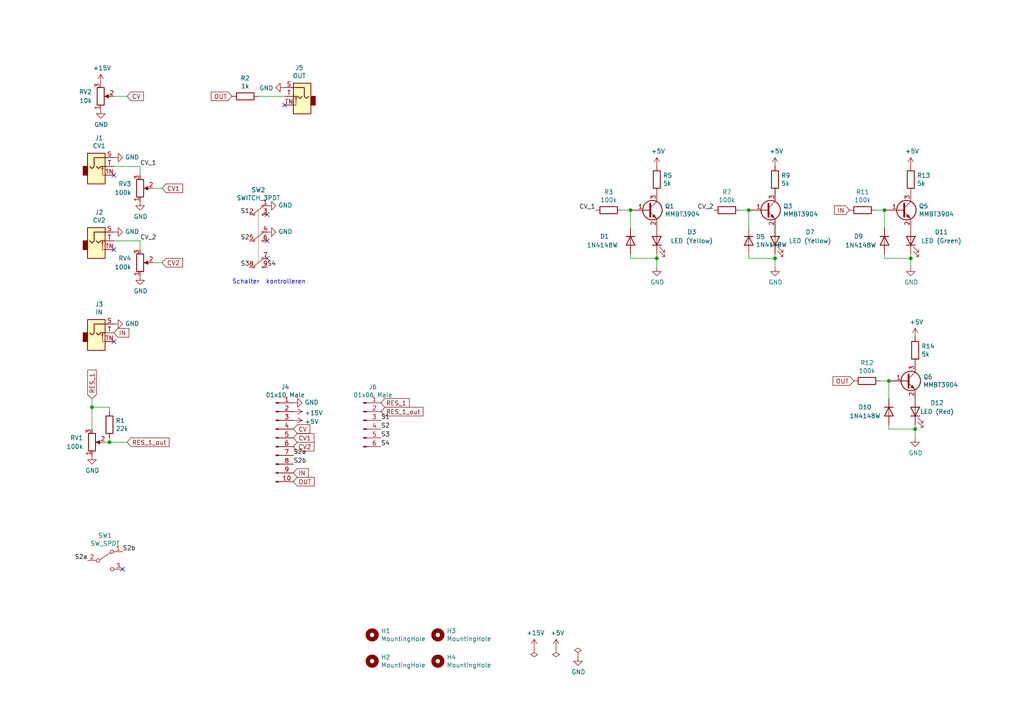
<source format=kicad_sch>
(kicad_sch (version 20230121) (generator eeschema)
  (paper "A4")
  (title_block (title "tiefpass") (date "2021-08-15") (rev "R01") (comment 1 "schema for mount circuit") (comment 2 "LPG design by Don Buchla") (comment 4 "License CC BY 4.0 - Attribution 4.0 International"))
  (lib_symbols
    (symbol "Connector:AudioJack2_SwitchT"
      (property "Reference" "J" (at 0 8.89 0))
      (property "Value" "AudioJack2_SwitchT" (at 0 6.35 0))
      (symbol "AudioJack2_SwitchT_0_1"
        (rectangle (start -2.54 0) (end -3.81 -2.54) (stroke (width 0.254)) (fill (type outline)))
        (polyline (pts (xy 1.778 -0.254) (xy 2.032 -0.762)))
        (polyline (pts (xy 0 0) (xy 0.635 -0.635) (xy 1.27 0) (xy 2.54 0)) (stroke (width 0.254)))
        (polyline (pts (xy 2.54 -2.54) (xy 1.778 -2.54) (xy 1.778 -0.254) (xy 1.524 -0.762)))
        (polyline (pts (xy 2.54 2.54) (xy -0.635 2.54) (xy -0.635 0) (xy -1.27 -0.635) (xy -1.905 0)) (stroke (width 0.254)))
        (rectangle (start 2.54 3.81) (end -2.54 -5.08) (stroke (width 0.254)) (fill (type background)))
      )
      (symbol "AudioJack2_SwitchT_1_1"
        (pin passive line (at 5.08 2.54 180) (length 2.54) (name "~") (number "S"))
        (pin passive line (at 5.08 0 180) (length 2.54) (name "~") (number "T"))
        (pin passive line (at 5.08 -2.54 180) (length 2.54) (name "~") (number "TN"))
      )
    )
    (symbol "Connector:Conn_01x06_Male" (pin_names (offset 1.016) hide)
      (property "Reference" "J" (at 0 7.62 0))
      (property "Value" "Conn_01x06_Male" (at 0 -10.16 0))
      (symbol "Conn_01x06_Male_1_1"
        (polyline (pts (xy 1.27 -7.62) (xy 0.8636 -7.62)) (stroke (width 0.1524)))
        (polyline (pts (xy 1.27 -5.08) (xy 0.8636 -5.08)) (stroke (width 0.1524)))
        (polyline (pts (xy 1.27 -2.54) (xy 0.8636 -2.54)) (stroke (width 0.1524)))
        (polyline (pts (xy 1.27 0) (xy 0.8636 0)) (stroke (width 0.1524)))
        (polyline (pts (xy 1.27 2.54) (xy 0.8636 2.54)) (stroke (width 0.1524)))
        (polyline (pts (xy 1.27 5.08) (xy 0.8636 5.08)) (stroke (width 0.1524)))
        (rectangle (start 0.8636 -7.493) (end 0 -7.747) (stroke (width 0.1524)) (fill (type outline)))
        (rectangle (start 0.8636 -4.953) (end 0 -5.207) (stroke (width 0.1524)) (fill (type outline)))
        (rectangle (start 0.8636 -2.413) (end 0 -2.667) (stroke (width 0.1524)) (fill (type outline)))
        (rectangle (start 0.8636 0.127) (end 0 -0.127) (stroke (width 0.1524)) (fill (type outline)))
        (rectangle (start 0.8636 2.667) (end 0 2.413) (stroke (width 0.1524)) (fill (type outline)))
        (rectangle (start 0.8636 5.207) (end 0 4.953) (stroke (width 0.1524)) (fill (type outline)))
        (pin passive line (at 5.08 5.08 180) (length 3.81) (name "Pin_1") (number "1"))
        (pin passive line (at 5.08 2.54 180) (length 3.81) (name "Pin_2") (number "2"))
        (pin passive line (at 5.08 0 180) (length 3.81) (name "Pin_3") (number "3"))
        (pin passive line (at 5.08 -2.54 180) (length 3.81) (name "Pin_4") (number "4"))
        (pin passive line (at 5.08 -5.08 180) (length 3.81) (name "Pin_5") (number "5"))
        (pin passive line (at 5.08 -7.62 180) (length 3.81) (name "Pin_6") (number "6"))
      )
    )
    (symbol "Connector:Conn_01x10_Male" (pin_names (offset 1.016) hide)
      (property "Reference" "J" (at 0 12.7 0))
      (property "Value" "Conn_01x10_Male" (at 0 -15.24 0))
      (symbol "Conn_01x10_Male_1_1"
        (polyline (pts (xy 1.27 -12.7) (xy 0.8636 -12.7)) (stroke (width 0.1524)))
        (polyline (pts (xy 1.27 -10.16) (xy 0.8636 -10.16)) (stroke (width 0.1524)))
        (polyline (pts (xy 1.27 -7.62) (xy 0.8636 -7.62)) (stroke (width 0.1524)))
        (polyline (pts (xy 1.27 -5.08) (xy 0.8636 -5.08)) (stroke (width 0.1524)))
        (polyline (pts (xy 1.27 -2.54) (xy 0.8636 -2.54)) (stroke (width 0.1524)))
        (polyline (pts (xy 1.27 0) (xy 0.8636 0)) (stroke (width 0.1524)))
        (polyline (pts (xy 1.27 2.54) (xy 0.8636 2.54)) (stroke (width 0.1524)))
        (polyline (pts (xy 1.27 5.08) (xy 0.8636 5.08)) (stroke (width 0.1524)))
        (polyline (pts (xy 1.27 7.62) (xy 0.8636 7.62)) (stroke (width 0.1524)))
        (polyline (pts (xy 1.27 10.16) (xy 0.8636 10.16)) (stroke (width 0.1524)))
        (rectangle (start 0.8636 -12.573) (end 0 -12.827) (stroke (width 0.1524)) (fill (type outline)))
        (rectangle (start 0.8636 -10.033) (end 0 -10.287) (stroke (width 0.1524)) (fill (type outline)))
        (rectangle (start 0.8636 -7.493) (end 0 -7.747) (stroke (width 0.1524)) (fill (type outline)))
        (rectangle (start 0.8636 -4.953) (end 0 -5.207) (stroke (width 0.1524)) (fill (type outline)))
        (rectangle (start 0.8636 -2.413) (end 0 -2.667) (stroke (width 0.1524)) (fill (type outline)))
        (rectangle (start 0.8636 0.127) (end 0 -0.127) (stroke (width 0.1524)) (fill (type outline)))
        (rectangle (start 0.8636 2.667) (end 0 2.413) (stroke (width 0.1524)) (fill (type outline)))
        (rectangle (start 0.8636 5.207) (end 0 4.953) (stroke (width 0.1524)) (fill (type outline)))
        (rectangle (start 0.8636 7.747) (end 0 7.493) (stroke (width 0.1524)) (fill (type outline)))
        (rectangle (start 0.8636 10.287) (end 0 10.033) (stroke (width 0.1524)) (fill (type outline)))
        (pin passive line (at 5.08 10.16 180) (length 3.81) (name "Pin_1") (number "1"))
        (pin passive line (at 5.08 -12.7 180) (length 3.81) (name "Pin_10") (number "10"))
        (pin passive line (at 5.08 7.62 180) (length 3.81) (name "Pin_2") (number "2"))
        (pin passive line (at 5.08 5.08 180) (length 3.81) (name "Pin_3") (number "3"))
        (pin passive line (at 5.08 2.54 180) (length 3.81) (name "Pin_4") (number "4"))
        (pin passive line (at 5.08 0 180) (length 3.81) (name "Pin_5") (number "5"))
        (pin passive line (at 5.08 -2.54 180) (length 3.81) (name "Pin_6") (number "6"))
        (pin passive line (at 5.08 -5.08 180) (length 3.81) (name "Pin_7") (number "7"))
        (pin passive line (at 5.08 -7.62 180) (length 3.81) (name "Pin_8") (number "8"))
        (pin passive line (at 5.08 -10.16 180) (length 3.81) (name "Pin_9") (number "9"))
      )
    )
    (symbol "Device:LED" (pin_numbers hide) (pin_names (offset 1.016) hide)
      (property "Reference" "D" (at 0 2.54 0))
      (property "Value" "LED" (at 0 -2.54 0))
      (symbol "LED_0_1"
        (polyline (pts (xy -1.27 -1.27) (xy -1.27 1.27)) (stroke (width 0.254)))
        (polyline (pts (xy -1.27 0) (xy 1.27 0)))
        (polyline (pts (xy 1.27 -1.27) (xy 1.27 1.27) (xy -1.27 0) (xy 1.27 -1.27)) (stroke (width 0.254)))
        (polyline (pts (xy -3.048 -0.762) (xy -4.572 -2.286) (xy -3.81 -2.286) (xy -4.572 -2.286) (xy -4.572 -1.524)))
        (polyline (pts (xy -1.778 -0.762) (xy -3.302 -2.286) (xy -2.54 -2.286) (xy -3.302 -2.286) (xy -3.302 -1.524)))
      )
      (symbol "LED_1_1"
        (pin passive line (at -3.81 0 0) (length 2.54) (name "K") (number "1"))
        (pin passive line (at 3.81 0 180) (length 2.54) (name "A") (number "2"))
      )
    )
    (symbol "Device:R" (pin_numbers hide) (pin_names (offset 0))
      (property "Reference" "R" (at 2.032 0 90))
      (property "Value" "R" (at 0 0 90))
      (symbol "R_0_1"
        (rectangle (start -1.016 -2.54) (end 1.016 2.54) (stroke (width 0.254)))
      )
      (symbol "R_1_1"
        (pin passive line (at 0 3.81 270) (length 1.27) (name "~") (number "1"))
        (pin passive line (at 0 -3.81 90) (length 1.27) (name "~") (number "2"))
      )
    )
    (symbol "Device:R_Potentiometer" (pin_names (offset 1.016) hide)
      (property "Reference" "RV" (at -4.445 0 90))
      (property "Value" "R_Potentiometer" (at -2.54 0 90))
      (symbol "R_Potentiometer_0_1"
        (polyline (pts (xy 2.54 0) (xy 1.524 0)))
        (polyline (pts (xy 1.143 0) (xy 2.286 0.508) (xy 2.286 -0.508) (xy 1.143 0)) (fill (type outline)))
        (rectangle (start 1.016 2.54) (end -1.016 -2.54) (stroke (width 0.254)))
      )
      (symbol "R_Potentiometer_1_1"
        (pin passive line (at 0 3.81 270) (length 1.27) (name "1") (number "1"))
        (pin passive line (at 3.81 0 180) (length 1.27) (name "2") (number "2"))
        (pin passive line (at 0 -3.81 90) (length 1.27) (name "3") (number "3"))
      )
    )
    (symbol "Diode:1N4148W" (pin_numbers hide) (pin_names (offset 1.016) hide)
      (property "Reference" "D" (at 0 2.54 0))
      (property "Value" "1N4148W" (at 0 -2.54 0))
      (symbol "1N4148W_0_1"
        (polyline (pts (xy -1.27 1.27) (xy -1.27 -1.27)) (stroke (width 0.254)))
        (polyline (pts (xy 1.27 0) (xy -1.27 0)))
        (polyline (pts (xy 1.27 1.27) (xy 1.27 -1.27) (xy -1.27 0) (xy 1.27 1.27)) (stroke (width 0.254)))
      )
      (symbol "1N4148W_1_1"
        (pin passive line (at -3.81 0 0) (length 2.54) (name "K") (number "1"))
        (pin passive line (at 3.81 0 180) (length 2.54) (name "A") (number "2"))
      )
    )
    (symbol "Mechanical:MountingHole" (pin_names (offset 1.016))
      (property "Reference" "H" (at 0 5.08 0))
      (property "Value" "MountingHole" (at 0 3.175 0))
      (symbol "MountingHole_0_1"
        (circle (center 0 0) (radius 1.27) (stroke (width 1.27)))
      )
    )
    (symbol "Switch:SW_SPDT" (pin_names (offset 0) hide)
      (property "Reference" "SW" (at 0 4.318 0))
      (property "Value" "SW_SPDT" (at 0 -5.08 0))
      (symbol "SW_SPDT_0_0"
        (circle (center -2.032 0) (radius 0.508))
        (circle (center 2.032 -2.54) (radius 0.508))
      )
      (symbol "SW_SPDT_0_1"
        (polyline (pts (xy -1.524 0.254) (xy 1.651 2.286)))
        (circle (center 2.032 2.54) (radius 0.508))
      )
      (symbol "SW_SPDT_1_1"
        (pin passive line (at 5.08 2.54 180) (length 2.54) (name "A") (number "1"))
        (pin passive line (at -5.08 0 0) (length 2.54) (name "B") (number "2"))
        (pin passive line (at 5.08 -2.54 180) (length 2.54) (name "C") (number "3"))
      )
    )
    (symbol "Transistor_BJT:MMBT3904" (pin_names (offset 0) hide)
      (property "Reference" "Q" (at 5.08 1.905 0))
      (property "Value" "MMBT3904" (at 5.08 0 0))
      (symbol "MMBT3904_0_1"
        (polyline (pts (xy 0.635 0.635) (xy 2.54 2.54)))
        (polyline (pts (xy 0.635 -0.635) (xy 2.54 -2.54) (xy 2.54 -2.54)))
        (polyline (pts (xy 0.635 1.905) (xy 0.635 -1.905) (xy 0.635 -1.905)) (stroke (width 0.508)))
        (polyline (pts (xy 1.27 -1.778) (xy 1.778 -1.27) (xy 2.286 -2.286) (xy 1.27 -1.778) (xy 1.27 -1.778)) (fill (type outline)))
        (circle (center 1.27 0) (radius 2.8194) (stroke (width 0.254)))
      )
      (symbol "MMBT3904_1_1"
        (pin input line (at -5.08 0 0) (length 5.715) (name "B") (number "1"))
        (pin passive line (at 2.54 -5.08 90) (length 2.54) (name "E") (number "2"))
        (pin passive line (at 2.54 5.08 270) (length 2.54) (name "C") (number "3"))
      )
    )
    (symbol "elektrophon:SWITCH_3PDT" (pin_names (offset 0.0254) hide)
      (property "Reference" "SW" (at 0 12.7 0))
      (property "Value" "SWITCH_3PDT" (at 0 -10.16 0))
      (symbol "SWITCH_3PDT_1_1"
        (circle (center -1.27 -7.62) (radius 0.254))
        (circle (center -1.27 0) (radius 0.254))
        (circle (center -1.27 7.62) (radius 0.254))
        (polyline (pts (xy -1.27 -7.366) (xy 1.27 -5.334)))
        (polyline (pts (xy -1.27 0.254) (xy 1.27 2.286)))
        (polyline (pts (xy -1.27 7.874) (xy 1.27 9.906)))
        (polyline (pts (xy 0 -5.842) (xy 0 -5.969)))
        (polyline (pts (xy 0 -5.334) (xy 0 -5.461)))
        (polyline (pts (xy 0 -4.826) (xy 0 -4.953)))
        (polyline (pts (xy 0 -4.318) (xy 0 -4.445)))
        (polyline (pts (xy 0 -3.81) (xy 0 -3.937)))
        (polyline (pts (xy 0 -3.302) (xy 0 -3.429)))
        (polyline (pts (xy 0 -2.794) (xy 0 -2.921)))
        (polyline (pts (xy 0 -2.286) (xy 0 -2.413)))
        (polyline (pts (xy 0 -1.778) (xy 0 -1.905)))
        (polyline (pts (xy 0 -1.27) (xy 0 -1.397)))
        (polyline (pts (xy 0 -0.762) (xy 0 -0.889)))
        (polyline (pts (xy 0 -0.254) (xy 0 -0.381)))
        (polyline (pts (xy 0 0.254) (xy 0 0.127)))
        (polyline (pts (xy 0 0.762) (xy 0 0.635)))
        (polyline (pts (xy 0 1.27) (xy 0 1.143)))
        (polyline (pts (xy 0 1.778) (xy 0 1.651)))
        (polyline (pts (xy 0 2.286) (xy 0 2.159)))
        (polyline (pts (xy 0 2.794) (xy 0 2.667)))
        (polyline (pts (xy 0 3.302) (xy 0 3.175)))
        (polyline (pts (xy 0 3.81) (xy 0 3.683)))
        (polyline (pts (xy 0 4.318) (xy 0 4.191)))
        (polyline (pts (xy 0 4.826) (xy 0 4.699)))
        (polyline (pts (xy 0 5.334) (xy 0 5.207)))
        (polyline (pts (xy 0 5.842) (xy 0 5.715)))
        (polyline (pts (xy 0 6.35) (xy 0 6.223)))
        (polyline (pts (xy 0 6.858) (xy 0 6.731)))
        (polyline (pts (xy 0 7.366) (xy 0 7.239)))
        (polyline (pts (xy 0 7.874) (xy 0 7.747)))
        (polyline (pts (xy 0 8.382) (xy 0 8.255)))
        (polyline (pts (xy 0 8.89) (xy 0 8.763)))
        (circle (center 1.27 -7.62) (radius 0.254))
        (circle (center 1.27 -5.08) (radius 0.254))
        (circle (center 1.27 0) (radius 0.254))
        (circle (center 1.27 2.54) (radius 0.254))
        (circle (center 1.27 7.62) (radius 0.254))
        (circle (center 1.27 10.16) (radius 0.254))
        (pin passive line (at 2.54 10.16 180) (length 1.016) (name "\"~{\"}") (number "1"))
        (pin passive line (at -2.54 7.62 0) (length 1.016) (name "\"~{\"}") (number "2"))
        (pin passive line (at 2.54 7.62 180) (length 1.016) (name "\"~{\"}") (number "3"))
        (pin passive line (at 2.54 2.54 180) (length 1.016) (name "\"~{\"}") (number "4"))
        (pin passive line (at -2.54 0 0) (length 1.016) (name "\"~{\"}") (number "5"))
        (pin passive line (at 2.54 0 180) (length 1.016) (name "\"~{\"}") (number "6"))
        (pin passive line (at 2.54 -5.08 180) (length 1.016) (name "\"~{\"}") (number "7"))
        (pin passive line (at -2.54 -7.62 0) (length 1.016) (name "\"~{\"}") (number "8"))
        (pin passive line (at 2.54 -7.62 180) (length 1.016) (name "\"~{\"}") (number "9"))
      )
    )
    (symbol "power:+15V" (power) (pin_names (offset 0))
      (property "Value" "+15V" (at 0 3.556 0))
      (symbol "+15V_0_1"
        (polyline (pts (xy -0.762 1.27) (xy 0 2.54)))
        (polyline (pts (xy 0 0) (xy 0 2.54)))
        (polyline (pts (xy 0 2.54) (xy 0.762 1.27)))
      )
      (symbol "+15V_1_1"
        (pin power_in line (at 0 0 90) (length 0) hide (name "+15V") (number "1"))
      )
    )
    (symbol "power:+5V" (power) (pin_names (offset 0))
      (property "Value" "+5V" (at 0 3.556 0))
      (symbol "+5V_0_1"
        (polyline (pts (xy -0.762 1.27) (xy 0 2.54)))
        (polyline (pts (xy 0 0) (xy 0 2.54)))
        (polyline (pts (xy 0 2.54) (xy 0.762 1.27)))
      )
      (symbol "+5V_1_1"
        (pin power_in line (at 0 0 90) (length 0) hide (name "+5V") (number "1"))
      )
    )
    (symbol "power:GND" (power) (pin_names (offset 0))
      (property "Value" "GND" (at 0 -3.81 0))
      (symbol "GND_0_1"
        (polyline (pts (xy 0 0) (xy 0 -1.27) (xy 1.27 -1.27) (xy 0 -2.54) (xy -1.27 -1.27) (xy 0 -1.27)))
      )
      (symbol "GND_1_1"
        (pin power_in line (at 0 0 270) (length 0) hide (name "GND") (number "1"))
      )
    )
    (symbol "power:PWR_FLAG" (power) (pin_numbers hide) (pin_names (offset 0) hide)
      (property "Value" "PWR_FLAG" (at 0 3.81 0))
      (symbol "PWR_FLAG_0_0"
        (pin power_out line (at 0 0 90) (length 0) (name "pwr") (number "1"))
      )
      (symbol "PWR_FLAG_0_1"
        (polyline (pts (xy 0 0) (xy 0 1.27) (xy -1.016 1.905) (xy 0 2.54) (xy 1.016 1.905) (xy 0 1.27)))
      )
    )
  )
  (junction (at 182.88 60.96))
  (junction (at 224.79 74.93))
  (junction (at 217.17 60.96))
  (junction (at 26.67 118.11))
  (junction (at 265.43 124.46))
  (junction (at 256.54 60.96))
  (junction (at 264.16 74.93))
  (junction (at 190.5 74.93))
  (junction (at 31.75 128.27))
  (junction (at 257.81 110.49))
  (no_connect (at 82.55 30.48))
  (no_connect (at 33.02 50.8))
  (no_connect (at 33.02 72.39))
  (no_connect (at 77.47 62.23))
  (no_connect (at 77.47 69.85))
  (no_connect (at 77.47 74.93))
  (no_connect (at 33.02 99.06))
  (no_connect (at 35.56 165.1))
  (wire (pts (xy 224.79 74.93) (xy 224.79 77.47)))
  (wire (pts (xy 44.45 76.2) (xy 46.99 76.2)))
  (wire (pts (xy 33.02 69.85) (xy 40.64 69.85)))
  (wire (pts (xy 254 60.96) (xy 256.54 60.96)))
  (wire (pts (xy 74.93 27.94) (xy 82.55 27.94)))
  (wire (pts (xy 44.45 54.61) (xy 46.99 54.61)))
  (wire (pts (xy 264.16 73.66) (xy 264.16 74.93)))
  (wire (pts (xy 26.67 115.57) (xy 26.67 118.11)))
  (wire (pts (xy 182.88 66.04) (xy 182.88 60.96)))
  (wire (pts (xy 217.17 74.93) (xy 217.17 73.66)))
  (wire (pts (xy 31.75 127) (xy 31.75 128.27)))
  (wire (pts (xy 256.54 66.04) (xy 256.54 60.96)))
  (wire (pts (xy 31.75 118.11) (xy 26.67 118.11)))
  (wire (pts (xy 40.64 48.26) (xy 40.64 50.8)))
  (wire (pts (xy 264.16 74.93) (xy 264.16 77.47)))
  (wire (pts (xy 36.83 27.94) (xy 33.02 27.94)))
  (wire (pts (xy 256.54 74.93) (xy 264.16 74.93)))
  (wire (pts (xy 214.63 60.96) (xy 217.17 60.96)))
  (wire (pts (xy 30.48 128.27) (xy 31.75 128.27)))
  (wire (pts (xy 217.17 74.93) (xy 224.79 74.93)))
  (wire (pts (xy 257.81 124.46) (xy 257.81 123.19)))
  (wire (pts (xy 180.34 60.96) (xy 182.88 60.96)))
  (wire (pts (xy 257.81 115.57) (xy 257.81 110.49)))
  (wire (pts (xy 40.64 69.85) (xy 40.64 72.39)))
  (wire (pts (xy 26.67 118.11) (xy 26.67 124.46)))
  (wire (pts (xy 265.43 124.46) (xy 265.43 127)))
  (wire (pts (xy 31.75 119.38) (xy 31.75 118.11)))
  (wire (pts (xy 182.88 74.93) (xy 182.88 73.66)))
  (wire (pts (xy 182.88 74.93) (xy 190.5 74.93)))
  (wire (pts (xy 256.54 74.93) (xy 256.54 73.66)))
  (wire (pts (xy 217.17 66.04) (xy 217.17 60.96)))
  (wire (pts (xy 190.5 74.93) (xy 190.5 77.47)))
  (wire (pts (xy 257.81 124.46) (xy 265.43 124.46)))
  (wire (pts (xy 33.02 48.26) (xy 40.64 48.26)))
  (wire (pts (xy 224.79 73.66) (xy 224.79 74.93)))
  (wire (pts (xy 190.5 73.66) (xy 190.5 74.93)))
  (wire (pts (xy 265.43 123.19) (xy 265.43 124.46)))
  (wire (pts (xy 255.27 110.49) (xy 257.81 110.49)))
  (wire (pts (xy 31.75 128.27) (xy 36.83 128.27)))
  (text "Schalter  kontrolleren\n" (at 67.31 82.55 0) (effects (font (size 1.27 1.27)) (justify left bottom)))
  (label "CV_2" (at 40.64 69.85 0))
  (label "S2b" (at 85.09 134.62 0))
  (label "S2a" (at 25.4 162.56 180))
  (label "S4" (at 110.49 129.54 0))
  (label "S2b" (at 35.56 160.02 0))
  (label "S2" (at 72.39 69.85 180))
  (label "CV_1" (at 172.72 60.96 180))
  (label "S4" (at 77.47 77.47 0))
  (label "S1" (at 72.39 62.23 180))
  (label "CV_2" (at 207.01 60.96 180))
  (label "S3" (at 110.49 127 0))
  (label "S1" (at 110.49 121.92 0))
  (label "S2a" (at 85.09 132.08 0))
  (label "S2" (at 110.49 124.46 0))
  (label "CV_1" (at 40.64 48.26 0))
  (label "S3" (at 72.39 77.47 180))
  (global_label "IN" (shape input) (at 33.02 96.52 0) (property "Intersheetrefs" "${INTERSHEET_REFS}" (effects hide)))
  (global_label "RES_1_out" (shape input) (at 36.83 128.27 0) (property "Intersheetrefs" "${INTERSHEET_REFS}" (effects hide)))
  (global_label "CV1" (shape input) (at 85.09 127 0) (property "Intersheetrefs" "${INTERSHEET_REFS}" (effects hide)))
  (global_label "IN" (shape input) (at 246.38 60.96 180) (property "Intersheetrefs" "${INTERSHEET_REFS}" (effects hide)))
  (global_label "OUT" (shape input) (at 85.09 139.7 0) (property "Intersheetrefs" "${INTERSHEET_REFS}" (effects hide)))
  (global_label "RES_1" (shape input) (at 110.49 116.84 0) (property "Intersheetrefs" "${INTERSHEET_REFS}" (effects hide)))
  (global_label "CV2" (shape input) (at 85.09 129.54 0) (property "Intersheetrefs" "${INTERSHEET_REFS}" (effects hide)))
  (global_label "CV1" (shape input) (at 46.99 54.61 0) (property "Intersheetrefs" "${INTERSHEET_REFS}" (effects hide)))
  (global_label "RES_1" (shape input) (at 26.67 115.57 90) (property "Intersheetrefs" "${INTERSHEET_REFS}" (effects hide)))
  (global_label "IN" (shape input) (at 85.09 137.16 0) (property "Intersheetrefs" "${INTERSHEET_REFS}" (effects hide)))
  (global_label "OUT" (shape input) (at 67.31 27.94 180) (property "Intersheetrefs" "${INTERSHEET_REFS}" (effects hide)))
  (global_label "CV" (shape input) (at 85.09 124.46 0) (property "Intersheetrefs" "${INTERSHEET_REFS}" (effects hide)))
  (global_label "OUT" (shape input) (at 247.65 110.49 180) (property "Intersheetrefs" "${INTERSHEET_REFS}" (effects hide)))
  (global_label "CV2" (shape input) (at 46.99 76.2 0) (property "Intersheetrefs" "${INTERSHEET_REFS}" (effects hide)))
  (global_label "CV" (shape input) (at 36.83 27.94 0) (property "Intersheetrefs" "${INTERSHEET_REFS}" (effects hide)))
  (global_label "RES_1_out" (shape input) (at 110.49 119.38 0) (property "Intersheetrefs" "${INTERSHEET_REFS}" (effects hide)))
  (symbol (lib_id "power:PWR_FLAG") (at 167.64 190.5 0) (unit 1)
    (property "Reference" "#FLG03" (effects hide))
    (property "Value" "PWR_FLAG" (effects hide))
  )
  (symbol (lib_id "Device:LED") (at 190.5 69.85 90) (unit 1)
    (property "Reference" "D3" (at 200.66 67.31 90))
    (property "Value" "LED (Yellow)" (at 200.66 69.85 90))
    (property "Footprint" "LED_THT:LED_D3.0mm" (effects hide))
    (property "Datasheet" "https://www.mouser.ch/datasheet/2/216/WP710A10LZGCK-535717.pdf" (effects hide))
    (property "Description" "LED 3mm low current" (effects hide))
  )
  (symbol (lib_id "power:GND") (at 190.5 77.47 0) (unit 1)
    (property "Reference" "#PWR016" (effects hide))
    (property "Value" "GND" (at 190.627 81.8642 0))
  )
  (symbol (lib_id "Device:R") (at 190.5 52.07 0) (unit 1)
    (property "Reference" "R5" (at 192.278 50.9016 0) (effects (justify left)))
    (property "Value" "5k" (at 192.278 53.213 0) (effects (justify left)))
    (property "Footprint" "Resistor_SMD:R_0805_2012Metric_Pad1.20x1.40mm_HandSolder" (effects hide))
    (property "Description" "Thick Film Resistors - SMD (0805)" (effects hide))
  )
  (symbol (lib_id "power:+5V") (at 190.5 48.26 0) (unit 1)
    (property "Reference" "#PWR0105" (effects hide))
    (property "Value" "+5V" (at 190.881 43.8658 0))
  )
  (symbol (lib_id "Device:R") (at 176.53 60.96 270) (unit 1)
    (property "Reference" "R3" (at 176.53 55.7022 90))
    (property "Value" "100k" (at 176.53 58.0136 90))
    (property "Footprint" "Resistor_SMD:R_0805_2012Metric_Pad1.20x1.40mm_HandSolder" (effects hide))
    (property "Description" "Thick Film Resistors - SMD (0805)" (effects hide))
  )
  (symbol (lib_id "Diode:1N4148W") (at 256.54 69.85 270) (unit 1)
    (property "Reference" "D9" (at 247.65 68.58 90) (effects (justify left)))
    (property "Value" "1N4148W" (at 245.11 71.12 90) (effects (justify left)))
    (property "Footprint" "Diode_SMD:D_SOD-123" (effects hide))
    (property "Datasheet" "https://www.vishay.com/docs/85748/1n4148w.pdf" (effects hide))
  )
  (symbol (lib_id "Diode:1N4148W") (at 217.17 69.85 270) (unit 1)
    (property "Reference" "D5" (at 219.202 68.6816 90) (effects (justify left)))
    (property "Value" "1N4148W" (at 219.202 70.993 90) (effects (justify left)))
    (property "Footprint" "Diode_SMD:D_SOD-123" (effects hide))
    (property "Datasheet" "https://www.vishay.com/docs/85748/1n4148w.pdf" (effects hide))
  )
  (symbol (lib_id "Diode:1N4148W") (at 182.88 69.85 270) (unit 1)
    (property "Reference" "D1" (at 173.99 68.58 90) (effects (justify left)))
    (property "Value" "1N4148W" (at 170.18 71.12 90) (effects (justify left)))
    (property "Footprint" "Diode_SMD:D_SOD-123" (effects hide))
    (property "Datasheet" "https://www.vishay.com/docs/85748/1n4148w.pdf" (effects hide))
  )
  (symbol (lib_id "Transistor_BJT:MMBT3904") (at 187.96 60.96 0) (unit 1)
    (property "Reference" "Q1" (at 192.8114 59.7916 0) (effects (justify left)))
    (property "Value" "MMBT3904" (at 192.8114 62.103 0) (effects (justify left)))
    (property "Footprint" "Package_TO_SOT_SMD:SOT-23" (effects hide))
    (property "Datasheet" "https://www.onsemi.com/pub/Collateral/2N3903-D.PDF" (effects hide))
  )
  (symbol (lib_id "Device:LED") (at 265.43 119.38 90) (unit 1)
    (property "Reference" "D12" (at 271.78 116.84 90))
    (property "Value" "LED (Red)" (at 271.78 119.38 90))
    (property "Footprint" "LED_THT:LED_D3.0mm" (effects hide))
    (property "Datasheet" "https://www.mouser.ch/datasheet/2/216/WP710A10LSECK-J3-535625.pdf" (effects hide))
    (property "Description" "LED 3mm low current" (effects hide))
  )
  (symbol (lib_id "power:GND") (at 265.43 127 0) (unit 1)
    (property "Reference" "#PWR026" (effects hide))
    (property "Value" "GND" (at 265.557 131.3942 0))
  )
  (symbol (lib_id "Device:R") (at 265.43 101.6 0) (unit 1)
    (property "Reference" "R14" (at 267.208 100.4316 0) (effects (justify left)))
    (property "Value" "5k" (at 267.208 102.743 0) (effects (justify left)))
    (property "Footprint" "Resistor_SMD:R_0805_2012Metric_Pad1.20x1.40mm_HandSolder" (effects hide))
    (property "Description" "Thick Film Resistors - SMD (0805)" (effects hide))
  )
  (symbol (lib_id "power:+5V") (at 265.43 97.79 0) (unit 1)
    (property "Reference" "#PWR025" (effects hide))
    (property "Value" "+5V" (at 265.811 93.3958 0))
  )
  (symbol (lib_id "Device:R") (at 251.46 110.49 270) (unit 1)
    (property "Reference" "R12" (at 251.46 105.2322 90))
    (property "Value" "100k" (at 251.46 107.5436 90))
    (property "Footprint" "Resistor_SMD:R_0805_2012Metric_Pad1.20x1.40mm_HandSolder" (effects hide))
  )
  (symbol (lib_id "Diode:1N4148W") (at 257.81 119.38 270) (unit 1)
    (property "Reference" "D10" (at 248.92 118.11 90) (effects (justify left)))
    (property "Value" "1N4148W" (at 246.38 120.65 90) (effects (justify left)))
    (property "Footprint" "Diode_SMD:D_SOD-123" (effects hide))
    (property "Datasheet" "https://www.vishay.com/docs/85748/1n4148w.pdf" (effects hide))
  )
  (symbol (lib_id "Transistor_BJT:MMBT3904") (at 262.89 110.49 0) (unit 1)
    (property "Reference" "Q6" (at 267.7414 109.3216 0) (effects (justify left)))
    (property "Value" "MMBT3904" (at 267.7414 111.633 0) (effects (justify left)))
    (property "Footprint" "Package_TO_SOT_SMD:SOT-23" (effects hide))
    (property "Datasheet" "https://www.onsemi.com/pub/Collateral/2N3903-D.PDF" (effects hide))
  )
  (symbol (lib_id "Transistor_BJT:MMBT3904") (at 222.25 60.96 0) (unit 1)
    (property "Reference" "Q3" (at 227.1014 59.7916 0) (effects (justify left)))
    (property "Value" "MMBT3904" (at 227.1014 62.103 0) (effects (justify left)))
    (property "Footprint" "Package_TO_SOT_SMD:SOT-23" (effects hide))
    (property "Datasheet" "https://www.onsemi.com/pub/Collateral/2N3903-D.PDF" (effects hide))
  )
  (symbol (lib_id "Transistor_BJT:MMBT3904") (at 261.62 60.96 0) (unit 1)
    (property "Reference" "Q5" (at 266.4714 59.7916 0) (effects (justify left)))
    (property "Value" "MMBT3904" (at 266.4714 62.103 0) (effects (justify left)))
    (property "Footprint" "Package_TO_SOT_SMD:SOT-23" (effects hide))
    (property "Datasheet" "https://www.onsemi.com/pub/Collateral/2N3903-D.PDF" (effects hide))
  )
  (symbol (lib_id "Device:LED") (at 224.79 69.85 90) (unit 1)
    (property "Reference" "D7" (at 234.95 67.31 90))
    (property "Value" "LED (Yellow)" (at 234.95 69.85 90))
    (property "Footprint" "LED_THT:LED_D3.0mm" (effects hide))
    (property "Datasheet" "https://www.mouser.ch/datasheet/2/216/WP710A10LZGCK-535717.pdf" (effects hide))
    (property "Description" "LED 3mm low current" (effects hide))
  )
  (symbol (lib_id "power:GND") (at 224.79 77.47 0) (unit 1)
    (property "Reference" "#PWR020" (effects hide))
    (property "Value" "GND" (at 224.917 81.8642 0))
  )
  (symbol (lib_id "Device:R") (at 224.79 52.07 0) (unit 1)
    (property "Reference" "R9" (at 226.568 50.9016 0) (effects (justify left)))
    (property "Value" "5k" (at 226.568 53.213 0) (effects (justify left)))
    (property "Footprint" "Resistor_SMD:R_0805_2012Metric_Pad1.20x1.40mm_HandSolder" (effects hide))
    (property "Description" "Thick Film Resistors - SMD (0805)" (effects hide))
  )
  (symbol (lib_id "power:+5V") (at 224.79 48.26 0) (unit 1)
    (property "Reference" "#PWR019" (effects hide))
    (property "Value" "+5V" (at 225.171 43.8658 0))
  )
  (symbol (lib_id "Device:R") (at 210.82 60.96 270) (unit 1)
    (property "Reference" "R7" (at 210.82 55.7022 90))
    (property "Value" "100k" (at 210.82 58.0136 90))
    (property "Footprint" "Resistor_SMD:R_0805_2012Metric_Pad1.20x1.40mm_HandSolder" (effects hide))
    (property "Description" "Thick Film Resistors - SMD (0805)" (effects hide))
  )
  (symbol (lib_id "Device:LED") (at 264.16 69.85 90) (unit 1)
    (property "Reference" "D11" (at 273.05 67.31 90))
    (property "Value" "LED (Green)" (at 273.05 69.85 90))
    (property "Footprint" "LED_THT:LED_D3.0mm" (effects hide))
    (property "Datasheet" "https://www.mouser.ch/datasheet/2/216/WP710A10LSECK-J3-535625.pdf" (effects hide))
    (property "Description" "LED 3mm low current" (effects hide))
  )
  (symbol (lib_id "power:GND") (at 264.16 77.47 0) (unit 1)
    (property "Reference" "#PWR024" (effects hide))
    (property "Value" "GND" (at 264.287 81.8642 0))
  )
  (symbol (lib_id "Device:R") (at 264.16 52.07 0) (unit 1)
    (property "Reference" "R13" (at 265.938 50.9016 0) (effects (justify left)))
    (property "Value" "5k" (at 265.938 53.213 0) (effects (justify left)))
    (property "Footprint" "Resistor_SMD:R_0805_2012Metric_Pad1.20x1.40mm_HandSolder" (effects hide))
    (property "Description" "Thick Film Resistors - SMD (0805)" (effects hide))
  )
  (symbol (lib_id "power:+5V") (at 264.16 48.26 0) (unit 1)
    (property "Reference" "#PWR023" (effects hide))
    (property "Value" "+5V" (at 264.541 43.8658 0))
  )
  (symbol (lib_id "Device:R") (at 250.19 60.96 270) (unit 1)
    (property "Reference" "R11" (at 250.19 55.7022 90))
    (property "Value" "100k" (at 250.19 58.0136 90))
    (property "Footprint" "Resistor_SMD:R_0805_2012Metric_Pad1.20x1.40mm_HandSolder" (effects hide))
    (property "Description" "Thick Film Resistors - SMD (0805)" (effects hide))
  )
  (symbol (lib_id "Connector:AudioJack2_SwitchT") (at 27.94 48.26 0) (unit 1)
    (property "Reference" "J1" (at 28.7528 40.005 0))
    (property "Value" "CV1" (at 28.7528 42.3164 0))
    (property "Footprint" "elektrophon:Jack_3.5mm_WQP-PJ398SM_Vertical" (effects hide))
  )
  (symbol (lib_id "power:GND") (at 29.21 31.75 0) (unit 1)
    (property "Reference" "#PWR03" (effects hide))
    (property "Value" "GND" (at 29.337 36.1442 0))
  )
  (symbol (lib_id "power:+15V") (at 29.21 24.13 0) (unit 1)
    (property "Reference" "#PWR02" (effects hide))
    (property "Value" "+15V" (at 29.591 19.7358 0))
  )
  (symbol (lib_id "Device:R") (at 71.12 27.94 270) (unit 1)
    (property "Reference" "R2" (at 71.12 22.6822 90))
    (property "Value" "1k" (at 71.12 24.9936 90))
    (property "Footprint" "Resistor_THT:R_Axial_DIN0204_L3.6mm_D1.6mm_P5.08mm_Horizontal" (effects hide))
    (property "Description" "Metal Film Resistors - Through Hole (L=3.6 mm, D=1.6 mm, 1%)" (effects hide))
  )
  (symbol (lib_id "power:GND") (at 40.64 58.42 0) (unit 1)
    (property "Reference" "#PWR07" (effects hide))
    (property "Value" "GND" (at 40.767 62.8142 0))
  )
  (symbol (lib_id "Connector:AudioJack2_SwitchT") (at 27.94 69.85 0) (unit 1)
    (property "Reference" "J2" (at 28.7528 61.595 0))
    (property "Value" "CV2" (at 28.7528 63.9064 0))
    (property "Footprint" "elektrophon:Jack_3.5mm_WQP-PJ398SM_Vertical" (effects hide))
  )
  (symbol (lib_id "power:GND") (at 40.64 80.01 0) (unit 1)
    (property "Reference" "#PWR08" (effects hide))
    (property "Value" "GND" (at 40.767 84.4042 0))
  )
  (symbol (lib_id "Switch:SW_SPDT") (at 30.48 162.56 0) (unit 1)
    (property "Reference" "SW1" (at 30.48 155.321 0))
    (property "Value" "SW_SPDT" (at 30.48 157.6324 0))
    (property "Footprint" "elektrophon:SPDT_KIT" (effects hide))
  )
  (symbol (lib_id "elektrophon:SWITCH_3PDT") (at 74.93 69.85 0) (unit 1)
    (property "Reference" "SW2" (at 74.93 55.0926 0))
    (property "Value" "SWITCH_3PDT" (at 74.93 57.404 0))
    (property "Footprint" "elektrophon:3PDT" (effects hide))
    (property "Datasheet" "https://www.mouser.ch/datasheet/2/979/Dailywell_10082019_1M_Series-1660460.pdf" (effects hide))
    (property "Description" "Toggle Switches 3PDT ON-OFF-ON" (effects hide))
  )
  (symbol (lib_id "power:PWR_FLAG") (at 154.94 187.96 180) (unit 1)
    (property "Reference" "#FLG01" (effects hide))
    (property "Value" "PWR_FLAG" (effects hide))
  )
  (symbol (lib_id "power:+15V") (at 154.94 187.96 0) (unit 1)
    (property "Reference" "#PWR015" (effects hide))
    (property "Value" "+15V" (at 155.321 183.5658 0))
  )
  (symbol (lib_id "power:GND") (at 85.09 116.84 90) (unit 1)
    (property "Reference" "#PWR0102" (effects hide))
    (property "Value" "GND" (at 88.3412 116.713 90) (effects (justify right)))
  )
  (symbol (lib_id "power:PWR_FLAG") (at 161.29 187.96 180) (unit 1)
    (property "Reference" "#FLG02" (effects hide))
    (property "Value" "PWR_FLAG" (effects hide))
  )
  (symbol (lib_id "power:GND") (at 167.64 190.5 0) (unit 1)
    (property "Reference" "#PWR017" (effects hide))
    (property "Value" "GND" (at 167.767 194.8942 0))
  )
  (symbol (lib_id "Mechanical:MountingHole") (at 107.95 184.15 0) (unit 1)
    (property "Reference" "H1" (at 110.49 182.9816 0) (effects (justify left)))
    (property "Value" "MountingHole" (at 110.49 185.293 0) (effects (justify left)))
    (property "Footprint" "MountingHole:MountingHole_2.2mm_M2" (effects hide))
  )
  (symbol (lib_id "Mechanical:MountingHole") (at 107.95 191.77 0) (unit 1)
    (property "Reference" "H2" (at 110.49 190.6016 0) (effects (justify left)))
    (property "Value" "MountingHole" (at 110.49 192.913 0) (effects (justify left)))
    (property "Footprint" "MountingHole:MountingHole_2.2mm_M2" (effects hide))
  )
  (symbol (lib_id "Mechanical:MountingHole") (at 127 191.77 0) (unit 1)
    (property "Reference" "H4" (at 129.54 190.6016 0) (effects (justify left)))
    (property "Value" "MountingHole" (at 129.54 192.913 0) (effects (justify left)))
    (property "Footprint" "MountingHole:MountingHole_2.2mm_M2" (effects hide))
  )
  (symbol (lib_id "power:GND") (at 77.47 59.69 90) (unit 1)
    (property "Reference" "#PWR012" (effects hide))
    (property "Value" "GND" (at 80.7212 59.563 90) (effects (justify right)))
  )
  (symbol (lib_id "power:GND") (at 77.47 67.31 90) (unit 1)
    (property "Reference" "#PWR013" (effects hide))
    (property "Value" "GND" (at 80.7212 67.183 90) (effects (justify right)))
  )
  (symbol (lib_id "Mechanical:MountingHole") (at 127 184.15 0) (unit 1)
    (property "Reference" "H3" (at 129.54 182.9816 0) (effects (justify left)))
    (property "Value" "MountingHole" (at 129.54 185.293 0) (effects (justify left)))
    (property "Footprint" "MountingHole:MountingHole_2.2mm_M2" (effects hide))
  )
  (symbol (lib_id "Connector:AudioJack2_SwitchT") (at 27.94 96.52 0) (unit 1)
    (property "Reference" "J3" (at 28.7528 88.265 0))
    (property "Value" "IN" (at 28.7528 90.5764 0))
    (property "Footprint" "elektrophon:Jack_3.5mm_WQP-PJ398SM_Vertical" (effects hide))
  )
  (symbol (lib_id "power:+15V") (at 85.09 119.38 270) (unit 1)
    (property "Reference" "#PWR0103" (effects hide))
    (property "Value" "+15V" (at 88.3412 119.761 90) (effects (justify left)))
  )
  (symbol (lib_id "power:+5V") (at 85.09 121.92 270) (unit 1)
    (property "Reference" "#PWR0104" (effects hide))
    (property "Value" "+5V" (at 88.3412 122.301 90) (effects (justify left)))
  )
  (symbol (lib_id "power:GND") (at 26.67 132.08 0) (unit 1)
    (property "Reference" "#PWR01" (effects hide))
    (property "Value" "GND" (at 26.797 136.4742 0))
  )
  (symbol (lib_id "power:GND") (at 33.02 93.98 90) (unit 1)
    (property "Reference" "#PWR06" (effects hide))
    (property "Value" "GND" (at 36.2712 93.853 90) (effects (justify right)))
  )
  (symbol (lib_id "Device:R") (at 31.75 123.19 0) (unit 1)
    (property "Reference" "R1" (at 33.528 122.0216 0) (effects (justify left)))
    (property "Value" "22k" (at 33.528 124.333 0) (effects (justify left)))
    (property "Footprint" "Resistor_THT:R_Axial_DIN0204_L3.6mm_D1.6mm_P5.08mm_Horizontal" (effects hide))
    (property "Description" "Metal Film Resistors - Through Hole (L=3.6 mm, D=1.6 mm, 1%)" (effects hide))
  )
  (symbol (lib_id "Connector:Conn_01x10_Male") (at 80.01 127 0) (unit 1)
    (property "Reference" "J4" (at 82.7532 112.2426 0))
    (property "Value" "01x10 Male" (at 82.7532 114.554 0))
    (property "Footprint" "Connector_PinSocket_2.54mm:PinSocket_1x10_P2.54mm_Vertical" (effects hide))
    (property "Description" "Board to Board Connectors (2.54 mm)" (effects hide))
  )
  (symbol (lib_id "Connector:Conn_01x06_Male") (at 105.41 121.92 0) (unit 1)
    (property "Reference" "J6" (at 108.1532 112.2426 0))
    (property "Value" "01x06 Male" (at 108.1532 114.554 0))
    (property "Footprint" "Connector_PinSocket_2.54mm:PinSocket_1x06_P2.54mm_Vertical" (effects hide))
    (property "Description" "Board to Board Connectors (2.54 mm)" (effects hide))
  )
  (symbol (lib_id "Connector:AudioJack2_SwitchT") (at 87.63 27.94 0) (mirror y) (unit 1)
    (property "Reference" "J5" (at 86.8172 19.685 0))
    (property "Value" "OUT" (at 86.8172 21.9964 0))
    (property "Footprint" "elektrophon:Jack_3.5mm_WQP-PJ398SM_Vertical" (effects hide))
  )
  (symbol (lib_id "power:GND") (at 82.55 25.4 270) (unit 1)
    (property "Reference" "#PWR014" (effects hide))
    (property "Value" "GND" (at 79.2988 25.527 90) (effects (justify right)))
  )
  (symbol (lib_id "power:+5V") (at 161.29 187.96 0) (unit 1)
    (property "Reference" "#PWR0101" (effects hide))
    (property "Value" "+5V" (at 161.671 183.5658 0))
  )
  (symbol (lib_id "power:GND") (at 33.02 45.72 90) (unit 1)
    (property "Reference" "#PWR04" (effects hide))
    (property "Value" "GND" (at 36.2712 45.593 90) (effects (justify right)))
  )
  (symbol (lib_id "power:GND") (at 33.02 67.31 90) (unit 1)
    (property "Reference" "#PWR05" (effects hide))
    (property "Value" "GND" (at 36.2712 67.183 90) (effects (justify right)))
  )
  (symbol (lib_id "Device:R_Potentiometer") (at 26.67 128.27 0) (mirror x) (unit 1)
    (property "Reference" "RV1" (at 24.13 126.9999 0) (effects (justify right)))
    (property "Value" "100k" (at 24.13 129.5399 0) (effects (justify right)))
    (property "Footprint" "elektrophon:Potentiometer_Alpha_RD901F-40-00D_Single_Vertical" (effects hide))
  )
  (symbol (lib_id "Device:R_Potentiometer") (at 29.21 27.94 0) (mirror x) (unit 1)
    (property "Reference" "RV2" (at 26.67 26.6699 0) (effects (justify right)))
    (property "Value" "10k" (at 26.67 29.2099 0) (effects (justify right)))
    (property "Footprint" "elektrophon:Potentiometer_Alpha_RD901F-40-00D_Single_Vertical" (effects hide))
  )
  (symbol (lib_id "Device:R_Potentiometer") (at 40.64 76.2 0) (mirror x) (unit 1)
    (property "Reference" "RV4" (at 38.1 74.9299 0) (effects (justify right)))
    (property "Value" "100k" (at 38.1 77.4699 0) (effects (justify right)))
    (property "Footprint" "elektrophon:Potentiometer_Alpha_RD901F-40-00D_Single_Vertical" (effects hide))
  )
  (symbol (lib_id "Device:R_Potentiometer") (at 40.64 54.61 0) (mirror x) (unit 1)
    (property "Reference" "RV3" (at 38.1 53.3399 0) (effects (justify right)))
    (property "Value" "100k" (at 38.1 55.8799 0) (effects (justify right)))
    (property "Footprint" "elektrophon:Potentiometer_Alpha_RD901F-40-00D_Single_Vertical" (effects hide))
  )
)
</source>
